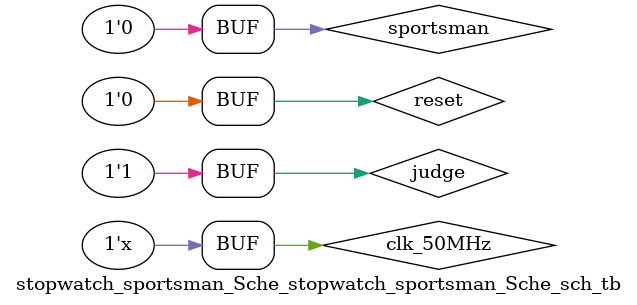
<source format=v>

`timescale 1ns / 1ps

module stopwatch_sportsman_Sche_stopwatch_sportsman_Sche_sch_tb();

// Inputs
   reg reset;
   reg clk_50MHz;
   reg sportsman;
   reg judge;

// Output
   wire timeout;
   wire [7:0] sm_duan;
   wire [3:0] sm_wei;
   wire foul;
	wire CE0
//	,CE1,	CE2,	CE3
	;
	wire clk,data0,data1,data2,data3,data4,data7,data9,data12;

// Bidirs

// Instantiate the UUT
   stopwatch_sportsman_Sche UUT (
		.reset(reset), 
		.clk_50MHz(clk_50MHz), 
		.timeout(timeout), 
		.sm_duan(sm_duan), 
		.sm_wei(sm_wei), 
		.sportsman(sportsman), 
		.judge(judge), 
		.foul(foul),
		.CE0(CE0),
//		.CE1(CE1),		.CE2(CE2),		.CE3(CE3),
		.data0(data0),.data1(data1),.data2(data2),.data3(data3),.data4(data4),.data7(data7),.data9(data9),.data12(data12),
		.clk(clk)
   );
// Initialize Inputs
       initial begin
		reset = 0;
		clk_50MHz = 0;
		sportsman = 0;
		judge = 0;
		#20000000 reset=1;
		#200 reset=0;
		#20 judge=1;
//		#50000000 sportsman=1;
//		#20 sportsman=0;
		end
		always #10 clk_50MHz=~clk_50MHz;

endmodule

</source>
